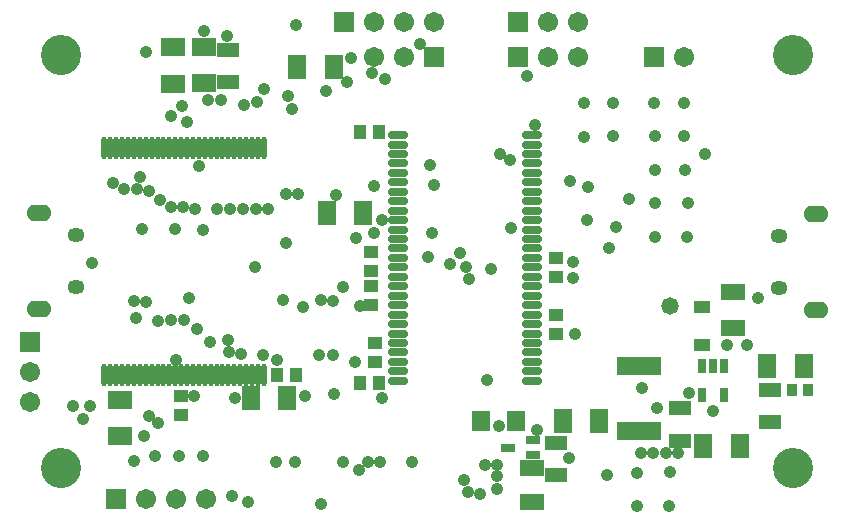
<source format=gbs>
G04 Layer_Color=16711935*
%FSLAX44Y44*%
%MOMM*%
G71*
G01*
G75*
%ADD71C,1.4732*%
%ADD73R,0.7516X1.2016*%
%ADD74R,1.9032X1.1532*%
%ADD77R,1.2032X1.1032*%
%ADD79R,1.6032X1.7032*%
%ADD84R,1.1032X1.2032*%
%ADD86R,2.1032X1.5532*%
%ADD87R,2.0032X1.3532*%
%ADD90R,1.5532X2.1032*%
%ADD91R,3.7632X1.6032*%
%ADD92R,1.4232X1.1132*%
%ADD97C,1.7032*%
%ADD98R,1.7032X1.7032*%
%ADD99O,1.4532X1.2532*%
%ADD100O,2.1032X1.4282*%
%ADD101C,3.4032*%
%ADD102R,1.7032X1.7032*%
%ADD103C,1.0432*%
%ADD104R,0.9032X1.1032*%
%ADD105R,1.1532X0.7032*%
%ADD106O,1.7032X0.7532*%
%ADD107O,0.4532X1.9032*%
D71*
X1055750Y726750D02*
D03*
D73*
X1082501Y675999D02*
D03*
X1092001D02*
D03*
X1101501D02*
D03*
Y651999D02*
D03*
X1082501D02*
D03*
D74*
X681500Y944000D02*
D03*
Y917000D02*
D03*
X1140001Y628749D02*
D03*
Y655749D02*
D03*
X1063751Y612999D02*
D03*
Y640999D02*
D03*
X959001Y583999D02*
D03*
Y610999D02*
D03*
D77*
X802250Y727750D02*
D03*
Y743750D02*
D03*
X805750Y679750D02*
D03*
Y695750D02*
D03*
X802250Y772750D02*
D03*
Y756750D02*
D03*
X959000Y703750D02*
D03*
Y719750D02*
D03*
X959000Y751750D02*
D03*
Y767750D02*
D03*
X641750Y650750D02*
D03*
Y634750D02*
D03*
D79*
X895250Y629500D02*
D03*
X925250D02*
D03*
D84*
X809250Y661500D02*
D03*
X793250D02*
D03*
X809250Y874000D02*
D03*
X793250D02*
D03*
X723000Y669000D02*
D03*
X739000D02*
D03*
D86*
X661250Y946500D02*
D03*
Y915500D02*
D03*
X635000Y946250D02*
D03*
Y915250D02*
D03*
X589750Y616750D02*
D03*
Y647750D02*
D03*
D87*
X1109251Y738749D02*
D03*
Y708749D02*
D03*
X938750Y561000D02*
D03*
Y590000D02*
D03*
D90*
X765000Y805500D02*
D03*
X796000D02*
D03*
X731750Y649500D02*
D03*
X700750D02*
D03*
X1083751Y608249D02*
D03*
X1114751D02*
D03*
X995750Y629500D02*
D03*
X964750D02*
D03*
X1168751Y675999D02*
D03*
X1137751D02*
D03*
X770750Y929500D02*
D03*
X739750D02*
D03*
D91*
X1029500Y621450D02*
D03*
Y676050D02*
D03*
D92*
X1082500Y726600D02*
D03*
Y693900D02*
D03*
D97*
X977800Y937500D02*
D03*
X952400D02*
D03*
X514000Y671350D02*
D03*
Y645950D02*
D03*
X663200Y564000D02*
D03*
X637800D02*
D03*
X612400D02*
D03*
X855700Y967500D02*
D03*
X830300D02*
D03*
X804900D02*
D03*
X805200Y937500D02*
D03*
X830600D02*
D03*
X952400Y967500D02*
D03*
X977800D02*
D03*
X1067900Y937500D02*
D03*
D98*
X927000D02*
D03*
X586250Y564000D02*
D03*
X779500Y967500D02*
D03*
X856000Y937500D02*
D03*
X927000Y967500D02*
D03*
X1042500Y937500D02*
D03*
D99*
X552875Y742750D02*
D03*
Y787250D02*
D03*
X1147625Y786750D02*
D03*
Y742250D02*
D03*
D100*
X521625Y724125D02*
D03*
Y805875D02*
D03*
X1178875Y805375D02*
D03*
Y723625D02*
D03*
D101*
X1160000Y590000D02*
D03*
Y940000D02*
D03*
X540000D02*
D03*
Y590000D02*
D03*
D102*
X514000Y696750D02*
D03*
D103*
X894650Y568073D02*
D03*
X898750Y592750D02*
D03*
X908750Y582750D02*
D03*
X800015Y595002D02*
D03*
X771500Y652750D02*
D03*
X687750Y649500D02*
D03*
X970500Y598250D02*
D03*
X1027790Y585835D02*
D03*
X1055770Y586105D02*
D03*
X1028040Y557460D02*
D03*
X1055020Y557730D02*
D03*
X608520Y792230D02*
D03*
X636500Y792500D02*
D03*
X684750Y566500D02*
D03*
X698250Y561250D02*
D03*
X982500Y898750D02*
D03*
X1007480Y899020D02*
D03*
X983000Y870375D02*
D03*
X1007730Y870645D02*
D03*
X1070000Y785750D02*
D03*
X1043020Y785480D02*
D03*
X1070750Y814125D02*
D03*
X1042770Y813855D02*
D03*
X1068500Y842500D02*
D03*
X1043020Y842230D02*
D03*
X1067750Y870875D02*
D03*
X1043020Y870605D02*
D03*
X1067500Y899250D02*
D03*
X1042520Y898980D02*
D03*
X900500Y664250D02*
D03*
X660000Y600000D02*
D03*
X640000D02*
D03*
X620000D02*
D03*
X610000Y617250D02*
D03*
X738750Y964750D02*
D03*
X730250Y780750D02*
D03*
X740750Y822250D02*
D03*
X730619Y821980D02*
D03*
X770513Y731259D02*
D03*
X778764Y742759D02*
D03*
X760500Y732250D02*
D03*
X727761Y731759D02*
D03*
X648250Y734250D02*
D03*
X744750Y726500D02*
D03*
X883269Y759760D02*
D03*
X793000Y726750D02*
D03*
X758250Y686000D02*
D03*
X770000D02*
D03*
X633000Y888250D02*
D03*
X607250Y836250D02*
D03*
X565000Y642500D02*
D03*
X558500Y631250D02*
D03*
X550250Y642500D02*
D03*
X779000Y594750D02*
D03*
X792014Y588252D02*
D03*
X837016Y594752D02*
D03*
X738512Y595002D02*
D03*
X566003Y763760D02*
D03*
X934500Y921750D02*
D03*
X941021Y880016D02*
D03*
X844017Y948770D02*
D03*
X803086Y924300D02*
D03*
X764000Y909000D02*
D03*
X804765Y829014D02*
D03*
X814015Y919268D02*
D03*
X782550Y916804D02*
D03*
X985774Y800012D02*
D03*
X986500Y828000D02*
D03*
X1003775Y776511D02*
D03*
X1010275Y794012D02*
D03*
X975500Y703750D02*
D03*
X680750Y956000D02*
D03*
X661500Y959500D02*
D03*
X637257Y681756D02*
D03*
X643757Y715508D02*
D03*
X632757Y715008D02*
D03*
X655508Y707258D02*
D03*
X666508Y696507D02*
D03*
X681759Y698257D02*
D03*
X603547Y716490D02*
D03*
X622006Y714508D02*
D03*
X602250Y596000D02*
D03*
X704250Y760500D02*
D03*
X971000Y833000D02*
D03*
X1129750Y733750D02*
D03*
X692509Y686757D02*
D03*
X710760Y685257D02*
D03*
X682000Y687750D02*
D03*
X601750Y731250D02*
D03*
X612256Y730259D02*
D03*
X785250Y936750D02*
D03*
X647000Y882750D02*
D03*
X811500Y800000D02*
D03*
X772763Y821263D02*
D03*
X805250Y788750D02*
D03*
X789500Y784250D02*
D03*
X885250Y749750D02*
D03*
X904270Y758510D02*
D03*
X850750Y768250D02*
D03*
X869250Y762500D02*
D03*
X683000Y809250D02*
D03*
X715500Y809500D02*
D03*
X694000Y809250D02*
D03*
X675750Y901750D02*
D03*
X711750Y911200D02*
D03*
X664500Y901750D02*
D03*
X632750Y810500D02*
D03*
X614750Y824500D02*
D03*
X624249Y816999D02*
D03*
X706000Y899750D02*
D03*
X722750Y681500D02*
D03*
X1002000Y583750D02*
D03*
X1085500Y855500D02*
D03*
X1091750Y637750D02*
D03*
X1103500Y694000D02*
D03*
X1044750Y640500D02*
D03*
X1120500Y694250D02*
D03*
X660250Y791500D02*
D03*
X652750Y651000D02*
D03*
X695259Y897517D02*
D03*
X672500Y809250D02*
D03*
X653757Y809513D02*
D03*
X704750Y809250D02*
D03*
X855750Y829250D02*
D03*
X852750Y846250D02*
D03*
X643250Y810500D02*
D03*
X878000Y772250D02*
D03*
X920750Y793500D02*
D03*
X642500Y896000D02*
D03*
X604250Y825750D02*
D03*
X593750Y826000D02*
D03*
X584004Y831264D02*
D03*
X735250Y894250D02*
D03*
X732261Y905017D02*
D03*
X622500Y627750D02*
D03*
X614756Y634254D02*
D03*
X746250Y650500D02*
D03*
X1020525Y817263D02*
D03*
X657000Y846000D02*
D03*
X612250Y942250D02*
D03*
X722000Y595000D02*
D03*
X911750Y856000D02*
D03*
X920520Y850515D02*
D03*
X1032250Y657500D02*
D03*
X1030750Y602500D02*
D03*
X1041250D02*
D03*
X1052000D02*
D03*
X1062750Y602250D02*
D03*
X1071750Y653250D02*
D03*
X943022Y622004D02*
D03*
X910750Y625500D02*
D03*
X973250Y764250D02*
D03*
Y750750D02*
D03*
X810000Y594750D02*
D03*
X908750Y592750D02*
D03*
Y572500D02*
D03*
X881269Y579501D02*
D03*
X789250Y679500D02*
D03*
X811500Y649500D02*
D03*
X854250Y789000D02*
D03*
X760000Y559250D02*
D03*
X884750Y569570D02*
D03*
D104*
X1172750Y655750D02*
D03*
X1158750D02*
D03*
D105*
X918750Y607250D02*
D03*
X939250Y600750D02*
D03*
Y613750D02*
D03*
D106*
X938500Y871750D02*
D03*
Y863750D02*
D03*
Y855750D02*
D03*
Y847750D02*
D03*
Y839750D02*
D03*
Y831750D02*
D03*
Y823750D02*
D03*
Y815750D02*
D03*
Y807750D02*
D03*
Y799750D02*
D03*
Y791750D02*
D03*
Y783750D02*
D03*
Y775750D02*
D03*
Y767750D02*
D03*
Y759750D02*
D03*
Y751750D02*
D03*
Y743750D02*
D03*
Y735750D02*
D03*
Y727750D02*
D03*
Y719750D02*
D03*
Y711750D02*
D03*
Y703750D02*
D03*
Y695750D02*
D03*
Y687750D02*
D03*
Y679750D02*
D03*
Y671750D02*
D03*
Y663750D02*
D03*
X825500Y871750D02*
D03*
Y863750D02*
D03*
Y855750D02*
D03*
Y847750D02*
D03*
Y839750D02*
D03*
Y831750D02*
D03*
Y823750D02*
D03*
Y815750D02*
D03*
Y807750D02*
D03*
Y799750D02*
D03*
Y791750D02*
D03*
Y783750D02*
D03*
Y775750D02*
D03*
Y767750D02*
D03*
Y759750D02*
D03*
Y751750D02*
D03*
Y743750D02*
D03*
Y735750D02*
D03*
Y727750D02*
D03*
Y719750D02*
D03*
Y711750D02*
D03*
Y703750D02*
D03*
Y695750D02*
D03*
Y687750D02*
D03*
Y679750D02*
D03*
Y671750D02*
D03*
Y663750D02*
D03*
D107*
X576750Y861000D02*
D03*
X581750D02*
D03*
X586750D02*
D03*
X591750D02*
D03*
X596750D02*
D03*
X601750D02*
D03*
X606750D02*
D03*
X611750D02*
D03*
X616750D02*
D03*
X621750D02*
D03*
X626750D02*
D03*
X631750D02*
D03*
X636750D02*
D03*
X641750D02*
D03*
X646750D02*
D03*
X651750D02*
D03*
X656750D02*
D03*
X661750D02*
D03*
X666750D02*
D03*
X671750D02*
D03*
X676750D02*
D03*
X681750D02*
D03*
X686750D02*
D03*
X691750D02*
D03*
X696750D02*
D03*
X701750D02*
D03*
X706750D02*
D03*
X711750D02*
D03*
X576750Y669000D02*
D03*
X581750D02*
D03*
X586750D02*
D03*
X591750D02*
D03*
X596750D02*
D03*
X601750D02*
D03*
X606750D02*
D03*
X611750D02*
D03*
X616750D02*
D03*
X621750D02*
D03*
X626750D02*
D03*
X631750D02*
D03*
X636750D02*
D03*
X641750D02*
D03*
X646750D02*
D03*
X651750D02*
D03*
X656750D02*
D03*
X661750D02*
D03*
X666750D02*
D03*
X671750D02*
D03*
X676750D02*
D03*
X681750D02*
D03*
X686750D02*
D03*
X691750D02*
D03*
X696750D02*
D03*
X701750D02*
D03*
X706750D02*
D03*
X711750D02*
D03*
M02*

</source>
